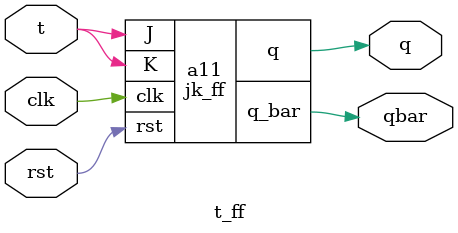
<source format=v>
module jk_ff(q,q_bar,J,K,clk,rst);
input clk,rst,J,K;
output reg q;
output q_bar;

always@(posedge clk)
begin
if(!rst) begin
  case({J,K})
    2'b00: q <= q;
  2'b01: q <= 1'b0;
  2'b10: q <= 1'b1;
  2'b11: q <= ~q;
  endcase
end
else
q <= 1'b0;
end

assign q_bar = ~q;
endmodule

module t_ff(q,qbar,t,clk,rst);
    input t,clk,rst;
    output q,qbar;
    jk_ff a11(q,qbar,t,t,clk,rst);

endmodule

</source>
